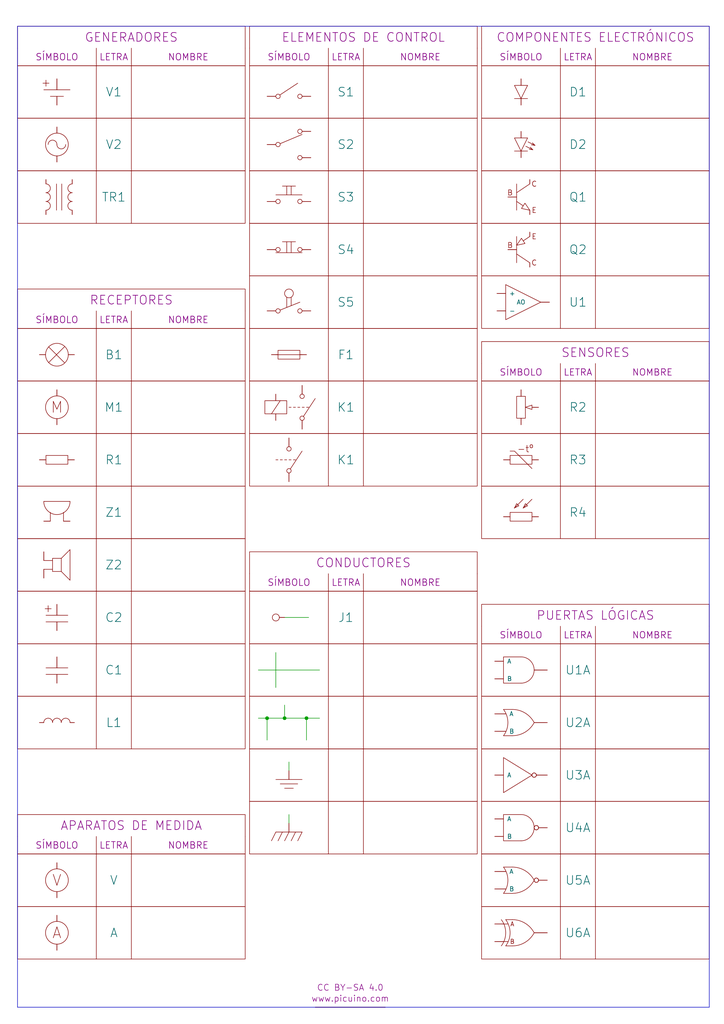
<source format=kicad_sch>
(kicad_sch (version 20230121) (generator eeschema)
  (paper "A4" portrait)
  (title_block (title "Símbolos eléctricos y electrónicos.") (date "23/10/2018") (company "www.picuino.com") (comment 1 "Copyright (c) 2018 by Carlos Pardo") (comment 2 "License CC BY-SA 4.0"))
  (lib_symbols
    (symbol "electric-simbolos-nombres-rescue:amperimetro-simbolos" (pin_names (offset 1.016))
      (property "Reference" "A" (at 5.08 -5.08 0))
      (symbol "amperimetro-simbolos_0_0"
        (text "A" (at 0 -5.08 0) (effects (font (size 3.175 3.175))))
      )
      (symbol "amperimetro-simbolos_0_1"
        (circle (center 0 -5.08) (radius 3.302))
      )
      (symbol "amperimetro-simbolos_1_1"
        (pin input line (at 0 -10.16 90) (length 1.778) (name "") (number ""))
        (pin input line (at 0 0 270) (length 1.778) (name "") (number ""))
      )
    )
    (symbol "electric-simbolos-nombres-rescue:condensador-simbolos" (pin_names (offset 1.016))
      (property "Reference" "C" (at 3.81 -4.445 0))
      (symbol "condensador-simbolos_0_1"
        (polyline (pts (xy -3.175 -3.175) (xy 3.175 -3.175)))
        (polyline (pts (xy 3.175 -5.08) (xy -3.175 -5.08)))
      )
      (symbol "condensador-simbolos_1_1"
        (pin input line (at 0 -7.62 90) (length 2.54) (name "") (number ""))
        (pin input line (at 0 0 270) (length 3.175) (name "") (number ""))
      )
    )
    (symbol "electric-simbolos-nombres-rescue:condensador_pol-simbolos" (pin_names (offset 1.016))
      (property "Reference" "C" (at 3.81 -4.445 0))
      (symbol "condensador_pol-simbolos_0_1"
        (polyline (pts (xy -3.175 -3.175) (xy 3.175 -3.175)))
        (polyline (pts (xy -2.54 -0.381) (xy -2.54 -2.159)))
        (polyline (pts (xy -1.651 -1.27) (xy -3.429 -1.27)))
        (polyline (pts (xy 3.175 -5.08) (xy -3.175 -5.08)))
      )
      (symbol "condensador_pol-simbolos_1_1"
        (pin input line (at 0 -7.62 90) (length 2.54) (name "") (number ""))
        (pin input line (at 0 0 270) (length 3.175) (name "") (number ""))
      )
    )
    (symbol "electric-simbolos-nombres-rescue:conector-simbolos" (pin_names (offset 1.016))
      (symbol "conector-simbolos_0_1"
        (circle (center 2.54 0) (radius 1.016))
      )
      (symbol "conector-simbolos_1_1"
        (pin input line (at 0 0 0) (length 1.524) (name "") (number ""))
      )
    )
    (symbol "electric-simbolos-nombres-rescue:diodo-simbolos" (pin_names (offset 1.016))
      (property "Reference" "D" (at 2.54 -3.81 0))
      (symbol "diodo-simbolos_0_1"
        (polyline (pts (xy 1.905 -5.715) (xy -1.905 -5.715)))
        (polyline (pts (xy 1.905 -1.905) (xy -1.905 -1.905) (xy 0 -5.715) (xy 1.905 -1.905)))
      )
      (symbol "diodo-simbolos_1_1"
        (pin input line (at 0 -7.62 90) (length 1.905) (name "") (number ""))
        (pin input line (at 0 0 270) (length 1.905) (name "") (number ""))
      )
    )
    (symbol "electric-simbolos-nombres-rescue:diodo_led-simbolos" (pin_names (offset 1.016))
      (property "Reference" "D" (at 5.08 -3.81 0))
      (symbol "diodo_led-simbolos_0_1"
        (polyline (pts (xy 1.397 -4.318) (xy 3.429 -5.334)))
        (polyline (pts (xy 1.905 -5.715) (xy -1.905 -5.715)))
        (polyline (pts (xy 2.032 -3.048) (xy 4.064 -4.064)))
        (polyline (pts (xy 3.429 -5.334) (xy 2.3622 -5.1816)))
        (polyline (pts (xy 3.429 -5.334) (xy 2.667 -4.572)))
        (polyline (pts (xy 4.064 -4.064) (xy 2.9972 -3.9116)))
        (polyline (pts (xy 4.064 -4.064) (xy 3.302 -3.302)))
        (polyline (pts (xy 1.905 -1.905) (xy -1.905 -1.905) (xy 0 -5.715) (xy 1.905 -1.905)))
      )
      (symbol "diodo_led-simbolos_1_1"
        (pin input line (at 0 -7.62 90) (length 1.905) (name "") (number ""))
        (pin input line (at 0 0 270) (length 1.905) (name "") (number ""))
      )
    )
    (symbol "electric-simbolos-nombres-rescue:final_carrera-simbolos" (pin_names (offset 1.016))
      (property "Reference" "S" (at 4.445 3.175 0))
      (symbol "final_carrera-simbolos_0_0"
        (polyline (pts (xy 5.715 1.016) (xy 5.715 3.937)))
        (polyline (pts (xy 6.985 1.524) (xy 6.985 3.937)))
        (polyline (pts (xy 9.525 2.54) (xy 3.81 0.254)))
        (circle (center 3.175 0) (radius 0.635))
        (circle (center 6.35 5.08) (radius 1.27))
        (circle (center 9.525 0) (radius 0.635))
      )
      (symbol "final_carrera-simbolos_1_1"
        (pin input line (at 0 0 0) (length 2.54) (name "") (number ""))
        (pin input line (at 12.7 0 180) (length 2.54) (name "") (number ""))
      )
    )
    (symbol "electric-simbolos-nombres-rescue:fusible-simbolos" (pin_names (offset 1.016))
      (property "Reference" "F" (at 1.905 -5.08 0))
      (symbol "fusible-simbolos_0_0"
        (polyline (pts (xy 0 -1.27) (xy 0 -8.89)))
      )
      (symbol "fusible-simbolos_0_1"
        (rectangle (start -1.27 -1.905) (end 1.27 -8.255))
      )
      (symbol "fusible-simbolos_1_1"
        (pin input line (at 0 -10.16 90) (length 1.905) (name "") (number ""))
        (pin input line (at 0 0 270) (length 1.905) (name "") (number ""))
      )
    )
    (symbol "electric-simbolos-nombres-rescue:generador-simbolos" (pin_names (offset 1.016))
      (property "Reference" "V" (at 4.445 -5.08 0))
      (symbol "generador-simbolos_0_0"
        (arc (start 0 -5.08) (mid -1.27 -3.8155) (end -2.54 -5.08))
        (arc (start 0 -5.08) (mid 1.27 -6.3445) (end 2.54 -5.08))
      )
      (symbol "generador-simbolos_0_1"
        (circle (center 0 -5.08) (radius 3.302))
      )
      (symbol "generador-simbolos_1_1"
        (pin input line (at 0 -10.16 90) (length 1.778) (name "") (number ""))
        (pin input line (at 0 0 270) (length 1.778) (name "") (number ""))
      )
    )
    (symbol "electric-simbolos-nombres-rescue:inductancia-simbolos" (pin_names (offset 1.016))
      (property "Reference" "L" (at 0.635 -5.08 0))
      (symbol "inductancia-simbolos_0_1"
        (arc (start 0 -6.35) (mid -1.2645 -7.62) (end 0 -8.89))
        (arc (start 0 -3.81) (mid -1.2645 -5.08) (end 0 -6.35))
        (arc (start 0 -1.27) (mid -1.2645 -2.54) (end 0 -3.81))
      )
      (symbol "inductancia-simbolos_1_1"
        (pin input line (at 0 -10.16 90) (length 1.27) (name "") (number ""))
        (pin input line (at 0 0 270) (length 1.27) (name "") (number ""))
      )
    )
    (symbol "electric-simbolos-nombres-rescue:lampara-simbolos" (pin_names (offset 1.016))
      (property "Reference" "L" (at 4.445 -5.08 0))
      (symbol "lampara-simbolos_0_1"
        (circle (center 0 -5.08) (radius 3.302))
        (polyline (pts (xy -2.286 -7.493) (xy 2.286 -2.921)))
        (polyline (pts (xy -2.286 -2.921) (xy 2.286 -7.493)))
      )
      (symbol "lampara-simbolos_1_1"
        (pin input line (at 0 -10.16 90) (length 1.778) (name "") (number ""))
        (pin input line (at 0 0 270) (length 1.778) (name "") (number ""))
      )
    )
    (symbol "electric-simbolos-nombres-rescue:marco_1-simbolos" (pin_names (offset 1.016))
      (symbol "marco_1-simbolos_0_1"
        (polyline (pts (xy 22.86 0) (xy 33.02 0) (xy 33.02 -15.24) (xy 22.86 -15.24)))
        (polyline (pts (xy 33.02 0) (xy 66.04 0) (xy 66.04 -15.24) (xy 33.02 -15.24)))
        (polyline (pts (xy 0 0) (xy 0 -15.24) (xy 22.86 -15.24) (xy 22.86 0) (xy 0 0)))
      )
    )
    (symbol "electric-simbolos-nombres-rescue:marco_2-simbolos" (pin_names (offset 1.016))
      (property "Field4" "TIPO" (at 33.02 -4.445 0))
      (property "Field5" "SÍMBOLO" (at 11.43 -11.43 0))
      (property "Field6" "LETRA" (at 27.94 -11.43 0))
      (property "Field7" "NOMBRE" (at 48.26 -11.43 0))
      (symbol "marco_2-simbolos_0_1"
        (polyline (pts (xy 22.86 -12.7) (xy 33.02 -12.7) (xy 33.02 -7.62)))
        (polyline (pts (xy 33.02 -12.7) (xy 66.04 -12.7) (xy 66.04 -7.62)))
        (polyline (pts (xy 0 -7.62) (xy 0 -12.7) (xy 22.86 -12.7) (xy 22.86 -7.62)))
        (polyline (pts (xy 66.04 -7.62) (xy 66.04 -1.27) (xy 0 -1.27) (xy 0 -7.62)))
      )
    )
    (symbol "electric-simbolos-nombres-rescue:masa-simbolos" (pin_names (offset 1.016))
      (symbol "masa-simbolos_0_0"
        (polyline (pts (xy -3.81 -2.54) (xy -5.08 -5.08)))
        (polyline (pts (xy -3.81 -2.54) (xy 3.81 -2.54)))
        (polyline (pts (xy -1.905 -2.54) (xy -3.175 -5.08)))
        (polyline (pts (xy 0 -2.54) (xy -1.27 -5.08)))
        (polyline (pts (xy 1.905 -2.54) (xy 0.635 -5.08)))
        (polyline (pts (xy 3.81 -2.54) (xy 2.54 -5.08)))
      )
      (symbol "masa-simbolos_1_1"
        (pin input line (at 0 0 270) (length 2.54) (name "") (number ""))
      )
    )
    (symbol "electric-simbolos-nombres-rescue:motor-simbolos" (pin_names (offset 1.016))
      (property "Reference" "M" (at 4.445 -5.08 0))
      (symbol "motor-simbolos_0_0"
        (text "M" (at 0 -5.08 0) (effects (font (size 3.175 3.175))))
      )
      (symbol "motor-simbolos_0_1"
        (circle (center 0 -5.08) (radius 3.302))
      )
      (symbol "motor-simbolos_1_1"
        (pin input line (at 0 -10.16 90) (length 1.778) (name "") (number ""))
        (pin input line (at 0 0 270) (length 1.778) (name "") (number ""))
      )
    )
    (symbol "electric-simbolos-nombres-rescue:pulsador_na-simbolos" (pin_names (offset 1.016))
      (property "Reference" "S" (at 1.905 3.175 0))
      (symbol "pulsador_na-simbolos_0_0"
        (polyline (pts (xy 2.54 1.905) (xy 10.16 1.905)))
        (polyline (pts (xy 4.445 4.445) (xy 8.255 4.445)))
        (polyline (pts (xy 5.715 1.905) (xy 5.715 4.445)))
        (polyline (pts (xy 6.985 4.445) (xy 6.985 1.905)))
        (circle (center 3.175 0) (radius 0.635))
        (circle (center 9.525 0) (radius 0.635))
      )
      (symbol "pulsador_na-simbolos_1_1"
        (pin input line (at 0 0 0) (length 2.54) (name "") (number ""))
        (pin input line (at 12.7 0 180) (length 2.54) (name "") (number ""))
      )
    )
    (symbol "electric-simbolos-nombres-rescue:pulsador_nc-simbolos" (pin_names (offset 1.016))
      (property "Reference" "S" (at 3.81 3.175 0))
      (symbol "pulsador_nc-simbolos_0_0"
        (polyline (pts (xy 2.54 -0.889) (xy 10.16 -0.889)))
        (polyline (pts (xy 4.445 2.286) (xy 8.255 2.286)))
        (polyline (pts (xy 5.715 -0.889) (xy 5.715 2.286)))
        (polyline (pts (xy 6.985 -0.889) (xy 6.985 2.286)))
        (circle (center 3.175 0) (radius 0.635))
        (circle (center 9.525 0) (radius 0.635))
      )
      (symbol "pulsador_nc-simbolos_1_1"
        (pin input line (at 0 0 0) (length 2.54) (name "") (number ""))
        (pin input line (at 12.7 0 180) (length 2.54) (name "") (number ""))
      )
    )
    (symbol "electric-simbolos-nombres-rescue:rele-simbolos" (pin_names (offset 1.016))
      (property "Reference" "K" (at -4.445 -3.81 0))
      (symbol "rele-simbolos_0_0"
        (rectangle (start -3.175 -1.905) (end 3.175 -5.715))
        (polyline (pts (xy 1.27 -1.905) (xy -1.27 -5.715)))
        (polyline (pts (xy 3.81 -3.81) (xy 4.445 -3.81)))
        (polyline (pts (xy 5.08 -3.81) (xy 5.715 -3.81)))
        (polyline (pts (xy 6.35 -3.81) (xy 6.985 -3.81)))
        (polyline (pts (xy 7.62 -3.81) (xy 8.255 -3.81)))
        (polyline (pts (xy 8.89 -3.81) (xy 9.525 -3.81)))
      )
      (symbol "rele-simbolos_1_0"
        (polyline (pts (xy 11.43 -1.27) (xy 8.001 -6.477)))
        (circle (center 7.62 -6.985) (radius 0.635))
        (circle (center 7.62 -0.635) (radius 0.635))
      )
      (symbol "rele-simbolos_1_1"
        (pin input line (at 0 -7.62 90) (length 1.905) (name "") (number ""))
        (pin input line (at 0 0 270) (length 1.905) (name "") (number ""))
        (pin input line (at 7.62 -10.16 90) (length 2.54) (name "") (number ""))
        (pin input line (at 7.62 2.54 270) (length 2.54) (name "") (number ""))
      )
    )
    (symbol "electric-simbolos-nombres-rescue:rele_contacto-simbolos" (pin_names (offset 1.016))
      (property "Reference" "K" (at 1.27 -1.27 0))
      (symbol "rele_contacto-simbolos_0_0"
        (polyline (pts (xy -3.81 -6.35) (xy -3.175 -6.35)))
        (polyline (pts (xy -2.54 -6.35) (xy -1.905 -6.35)))
        (polyline (pts (xy -1.27 -6.35) (xy -0.635 -6.35)))
        (polyline (pts (xy 0 -6.35) (xy 0.635 -6.35)))
        (polyline (pts (xy 1.27 -6.35) (xy 1.905 -6.35)))
      )
      (symbol "rele_contacto-simbolos_1_0"
        (circle (center 0 -9.525) (radius 0.635))
        (circle (center 0 -3.175) (radius 0.635))
        (polyline (pts (xy 3.81 -3.81) (xy 0.381 -9.017)))
      )
      (symbol "rele_contacto-simbolos_1_1"
        (pin input line (at 0 -12.7 90) (length 2.54) (name "") (number ""))
        (pin input line (at 0 0 270) (length 2.54) (name "") (number ""))
      )
    )
    (symbol "electric-simbolos-nombres-rescue:resistencia-simbolos" (pin_names (offset 1.016))
      (property "Reference" "R" (at 1.905 -5.08 0))
      (symbol "resistencia-simbolos_0_1"
        (rectangle (start -1.27 -1.905) (end 1.27 -8.255))
      )
      (symbol "resistencia-simbolos_1_1"
        (pin input line (at 0 -10.16 90) (length 1.905) (name "") (number ""))
        (pin input line (at 0 0 270) (length 1.905) (name "") (number ""))
      )
    )
    (symbol "electric-simbolos-nombres-rescue:selector-simbolos" (pin_names (offset 1.016))
      (property "Reference" "S" (at 4.445 3.175 0))
      (symbol "selector-simbolos_0_0"
        (circle (center 3.175 0) (radius 0.635))
        (circle (center 9.525 -3.81) (radius 0.635))
        (circle (center 9.525 3.81) (radius 0.635))
      )
      (symbol "selector-simbolos_0_1"
        (polyline (pts (xy 10.16 2.921) (xy 3.81 0.254)))
      )
      (symbol "selector-simbolos_1_1"
        (pin input line (at 0 0 0) (length 2.54) (name "") (number ""))
        (pin input line (at 12.7 -3.81 180) (length 2.54) (name "") (number ""))
        (pin input line (at 12.7 3.81 180) (length 2.54) (name "") (number ""))
      )
    )
    (symbol "electric-simbolos-nombres-rescue:switch-simbolos" (pin_names (offset 1.016))
      (property "Reference" "S" (at 4.445 3.175 0))
      (symbol "switch-simbolos_0_0"
        (polyline (pts (xy 8.89 3.81) (xy 3.683 0.381)))
        (circle (center 3.175 0) (radius 0.635))
        (circle (center 9.525 0) (radius 0.635))
      )
      (symbol "switch-simbolos_1_1"
        (pin input line (at 0 0 0) (length 2.54) (name "") (number ""))
        (pin input line (at 12.7 0 180) (length 2.54) (name "") (number ""))
      )
    )
    (symbol "simbolos-electricos:AO" (pin_names (offset 1.016))
      (property "Reference" "U" (at 6.35 -3.81 0))
      (property "Value" "AO" (at 6.35 3.81 0))
      (symbol "AO_0_1"
        (polyline (pts (xy 0 5.08) (xy 0 -5.08) (xy 10.16 0) (xy 0 5.08)))
      )
      (symbol "AO_1_1"
        (pin output line (at 12.7 0 180) (length 2.54) (name "") (number ""))
        (pin input line (at -2.54 2.54 0) (length 2.54) (name "+") (number ""))
        (pin input line (at -2.54 -2.54 0) (length 2.54) (name "-") (number ""))
      )
    )
    (symbol "simbolos-electricos:CopyRight" (pin_names (offset 1.016))
      (property "License" "CC BY-SA 4.0" (at 0 5.715 0))
      (property "Web" "www.picuino.com" (at 0 2.54 0))
      (symbol "CopyRight_0_1"
        (polyline (pts (xy -10.16 0) (xy 10.16 0)) (stroke (width 0.2032)))
      )
    )
    (symbol "simbolos-electricos:LDR" (pin_names (offset 1.016))
      (property "Reference" "R" (at 1.905 -5.08 0))
      (symbol "LDR_0_1"
        (rectangle (start -1.27 -1.905) (end 1.27 -8.255))
        (polyline (pts (xy -2.54 -6.985) (xy -5.08 -4.445)))
        (polyline (pts (xy -2.54 -4.445) (xy -5.08 -1.905)))
        (polyline (pts (xy -2.54 -6.985) (xy -3.175 -5.715) (xy -3.81 -6.35) (xy -2.54 -6.985)))
        (polyline (pts (xy -2.54 -4.445) (xy -3.175 -3.175) (xy -3.81 -3.81) (xy -2.54 -4.445)))
      )
      (symbol "LDR_1_1"
        (pin input line (at 0 -10.16 90) (length 1.905) (name "") (number ""))
        (pin input line (at 0 0 270) (length 1.905) (name "") (number ""))
      )
    )
    (symbol "simbolos-electricos:NPN" (pin_names (offset 1.016))
      (property "Reference" "Q1" (at 11.43 -5.08 0))
      (symbol "NPN_0_0"
        (polyline (pts (xy 4.445 -7.62) (xy 2.54 -6.35)))
        (text "C" (at 7.62 -1.27 0) (effects (font (size 1.524 1.524))))
        (text "E" (at 7.62 -8.89 0) (effects (font (size 1.524 1.524))))
      )
      (symbol "NPN_0_1"
        (polyline (pts (xy 2.54 -3.81) (xy 6.35 -1.27)))
        (polyline (pts (xy 2.54 -1.27) (xy 2.54 -8.89)))
        (polyline (pts (xy 4.953 -6.858) (xy 3.937 -8.382) (xy 6.35 -8.89) (xy 4.953 -6.858)))
      )
      (symbol "NPN_1_0"
        (text "B" (at 0.635 -3.81 0) (effects (font (size 1.524 1.524))))
      )
      (symbol "NPN_1_1"
        (pin input line (at 0 -5.08 0) (length 2.54) (name "") (number ""))
        (pin input line (at 6.35 -10.16 90) (length 1.27) (name "") (number ""))
        (pin input line (at 6.35 0 270) (length 1.27) (name "") (number ""))
      )
    )
    (symbol "simbolos-electricos:NTC" (pin_names (offset 1.016))
      (property "Reference" "R" (at 1.905 -5.08 0))
      (symbol "NTC_0_1"
        (rectangle (start -1.27 -1.905) (end 1.27 -8.255))
      )
      (symbol "NTC_1_0"
        (polyline (pts (xy -2.54 -8.255) (xy -2.54 -6.985) (xy 2.54 -1.905)))
        (text "-tº" (at -3.175 -3.81 900) (effects (font (size 1.905 1.905))))
      )
      (symbol "NTC_1_1"
        (pin input line (at 0 -10.16 90) (length 1.905) (name "") (number ""))
        (pin input line (at 0 0 270) (length 1.905) (name "") (number ""))
      )
    )
    (symbol "simbolos-electricos:PNP" (pin_names (offset 1.016))
      (property "Reference" "Q2" (at 20.32 -5.08 0))
      (symbol "PNP_0_0"
        (polyline (pts (xy 4.445 -2.54) (xy 6.35 -1.27)))
        (text "B" (at 0.635 -3.81 0) (effects (font (size 1.524 1.524))))
        (text "C" (at 7.62 -8.89 0) (effects (font (size 1.524 1.524))))
        (text "E" (at 7.62 -1.27 0) (effects (font (size 1.524 1.524))))
      )
      (symbol "PNP_0_1"
        (polyline (pts (xy 2.54 -1.27) (xy 2.54 -8.89)))
        (polyline (pts (xy 6.35 -8.89) (xy 2.54 -6.35)))
        (polyline (pts (xy 4.953 -3.302) (xy 3.937 -1.778) (xy 2.54 -3.81) (xy 4.953 -3.302)))
      )
      (symbol "PNP_1_1"
        (pin input line (at 0 -5.08 0) (length 2.54) (name "") (number ""))
        (pin input line (at 6.35 -10.16 90) (length 1.27) (name "") (number ""))
        (pin input line (at 6.35 0 270) (length 1.27) (name "") (number ""))
      )
    )
    (symbol "simbolos-electricos:Pila" (pin_names (offset 1.016))
      (property "Reference" "V" (at 5.08 -4.445 0))
      (symbol "Pila_0_1"
        (polyline (pts (xy -4.064 -1.27) (xy -2.286 -1.27)))
        (polyline (pts (xy -3.81 -3.175) (xy 3.81 -3.175)))
        (polyline (pts (xy -3.175 -0.381) (xy -3.175 -2.159)))
        (polyline (pts (xy -1.905 -5.08) (xy 1.905 -5.08)))
      )
      (symbol "Pila_1_1"
        (pin input line (at 0 -7.62 90) (length 2.54) (name "") (number ""))
        (pin input line (at 0 0 270) (length 3.175) (name "") (number ""))
      )
    )
    (symbol "simbolos-electricos:altavoz" (pin_names (offset 1.016))
      (property "Reference" "Z" (at 5.715 0.635 0))
      (symbol "altavoz_0_0"
        (polyline (pts (xy 0 -5.08) (xy 2.54 -5.08)))
        (polyline (pts (xy 0 -2.54) (xy 2.54 -2.54)))
        (polyline (pts (xy 5.08 -1.905) (xy 7.62 0.635) (xy 7.62 -8.255) (xy 5.08 -5.715)))
        (rectangle (start 2.54 -1.905) (end 5.08 -5.715))
      )
      (symbol "altavoz_1_1"
        (pin input line (at 0 -7.62 90) (length 2.54) (name "") (number ""))
        (pin input line (at 0 0 270) (length 2.54) (name "") (number ""))
      )
    )
    (symbol "simbolos-electricos:logic_and" (pin_names (offset 1.016))
      (property "Reference" "U" (at 11.43 -6.35 0))
      (symbol "logic_and_0_1"
        (polyline (pts (xy 7.62 1.27) (xy 2.54 1.27) (xy 2.54 -6.35) (xy 7.62 -6.35)))
        (arc (start 7.62 -6.35) (mid 11.4134 -2.54) (end 7.62 1.27))
      )
      (symbol "logic_and_1_1"
        (pin output line (at 15.24 -2.54 180) (length 3.81) (name "") (number ""))
        (pin input line (at 0 0 0) (length 2.54) (name "A") (number ""))
        (pin input line (at 0 -5.08 0) (length 2.54) (name "B") (number ""))
      )
      (symbol "logic_and_2_1"
        (pin input line (at 0 0 0) (length 2.54) (name "A") (number "4"))
        (pin input line (at 0 -5.08 0) (length 2.54) (name "B") (number "5"))
        (pin output line (at 15.24 -2.54 180) (length 3.81) (name "") (number "6"))
      )
      (symbol "logic_and_3_1"
        (pin input line (at 0 -5.08 0) (length 2.54) (name "B") (number "10"))
        (pin output line (at 15.24 -2.54 180) (length 3.81) (name "") (number "8"))
        (pin input line (at 0 0 0) (length 2.54) (name "A") (number "9"))
      )
      (symbol "logic_and_4_1"
        (pin output line (at 15.24 -2.54 180) (length 3.81) (name "") (number "11"))
        (pin input line (at 0 0 0) (length 2.54) (name "A") (number "12"))
        (pin input line (at 0 -5.08 0) (length 2.54) (name "B") (number "13"))
      )
    )
    (symbol "simbolos-electricos:logic_nand" (pin_names (offset 1.016))
      (property "Reference" "U" (at 11.43 -6.35 0))
      (symbol "logic_nand_0_1"
        (polyline (pts (xy 7.62 1.27) (xy 2.54 1.27) (xy 2.54 -6.35) (xy 7.62 -6.35)))
        (arc (start 7.62 -6.35) (mid 11.4134 -2.54) (end 7.62 1.27))
      )
      (symbol "logic_nand_1_1"
        (pin output inverted (at 15.24 -2.54 180) (length 3.81) (name "") (number ""))
        (pin input line (at 0 0 0) (length 2.54) (name "A") (number ""))
        (pin input line (at 0 -5.08 0) (length 2.54) (name "B") (number ""))
      )
      (symbol "logic_nand_2_1"
        (pin input line (at 0 0 0) (length 2.54) (name "A") (number "4"))
        (pin input line (at 0 -5.08 0) (length 2.54) (name "B") (number "5"))
        (pin output inverted (at 15.24 -2.54 180) (length 3.81) (name "") (number "6"))
      )
      (symbol "logic_nand_3_1"
        (pin input line (at 0 -5.08 0) (length 2.54) (name "B") (number "10"))
        (pin output inverted (at 15.24 -2.54 180) (length 3.81) (name "") (number "8"))
        (pin input line (at 0 0 0) (length 2.54) (name "A") (number "9"))
      )
      (symbol "logic_nand_4_1"
        (pin output inverted (at 15.24 -2.54 180) (length 3.81) (name "") (number "11"))
        (pin input line (at 0 0 0) (length 2.54) (name "A") (number "12"))
        (pin input line (at 0 -5.08 0) (length 2.54) (name "B") (number "13"))
      )
    )
    (symbol "simbolos-electricos:logic_nor" (pin_names (offset 1.016))
      (property "Reference" "U" (at 11.43 -6.35 0))
      (symbol "logic_nor_0_1"
        (polyline (pts (xy 2.54 -6.35) (xy 5.08 -6.35)))
        (polyline (pts (xy 5.08 1.27) (xy 2.54 1.27)))
        (arc (start 2.54 -6.35) (mid 3.81 -2.54) (end 2.54 1.27))
        (arc (start 5.08 -6.35) (mid 8.784 -5.3291) (end 11.43 -2.54))
        (arc (start 11.43 -2.54) (mid 8.7865 0.2471) (end 5.08 1.27))
      )
      (symbol "logic_nor_1_1"
        (pin output inverted (at 15.24 -2.54 180) (length 3.81) (name "") (number ""))
        (pin input line (at 0 0 0) (length 3.175) (name "A") (number ""))
        (pin input line (at 0 -5.08 0) (length 3.175) (name "B") (number ""))
      )
      (symbol "logic_nor_2_1"
        (pin input line (at 0 0 0) (length 3.175) (name "A") (number "4"))
        (pin input line (at 0 -5.08 0) (length 3.175) (name "B") (number "5"))
        (pin output inverted (at 15.24 -2.54 180) (length 3.81) (name "") (number "6"))
      )
      (symbol "logic_nor_3_1"
        (pin input line (at 0 -5.08 0) (length 3.175) (name "B") (number "10"))
        (pin output inverted (at 15.24 -2.54 180) (length 3.81) (name "") (number "8"))
        (pin input line (at 0 0 0) (length 3.175) (name "A") (number "9"))
      )
      (symbol "logic_nor_4_1"
        (pin output inverted (at 15.24 -2.54 180) (length 3.81) (name "") (number "11"))
        (pin input line (at 0 0 0) (length 3.175) (name "A") (number "12"))
        (pin input line (at 0 -5.08 0) (length 3.175) (name "B") (number "13"))
      )
    )
    (symbol "simbolos-electricos:logic_not" (pin_names (offset 1.016))
      (property "Reference" "U" (at 7.62 -6.35 0))
      (symbol "logic_not_0_1"
        (polyline (pts (xy 2.54 2.54) (xy 10.795 -2.54) (xy 2.54 -7.62) (xy 2.54 2.54)))
      )
      (symbol "logic_not_1_1"
        (pin output inverted (at 15.24 -2.54 180) (length 4.445) (name "") (number ""))
        (pin input line (at 0 -2.54 0) (length 2.54) (name "A") (number ""))
      )
      (symbol "logic_not_2_1"
        (pin input line (at 0 -2.54 0) (length 2.54) (name "A") (number "4"))
        (pin output inverted (at 15.24 -2.54 180) (length 4.445) (name "") (number "6"))
      )
      (symbol "logic_not_3_1"
        (pin output inverted (at 15.24 -2.54 180) (length 4.445) (name "") (number "8"))
        (pin input line (at 0 -2.54 0) (length 2.54) (name "A") (number "9"))
      )
      (symbol "logic_not_4_1"
        (pin output inverted (at 15.24 -2.54 180) (length 4.445) (name "") (number "11"))
        (pin input line (at 0 -2.54 0) (length 2.54) (name "A") (number "12"))
      )
    )
    (symbol "simbolos-electricos:logic_or" (pin_names (offset 1.016))
      (property "Reference" "U" (at 11.43 -6.35 0))
      (symbol "logic_or_0_1"
        (polyline (pts (xy 2.54 -6.35) (xy 5.08 -6.35)))
        (polyline (pts (xy 5.08 1.27) (xy 2.54 1.27)))
        (arc (start 2.54 -6.35) (mid 3.81 -2.54) (end 2.54 1.27))
        (arc (start 5.08 -6.35) (mid 8.784 -5.3291) (end 11.43 -2.54))
        (arc (start 11.43 -2.54) (mid 8.7865 0.2471) (end 5.08 1.27))
      )
      (symbol "logic_or_1_1"
        (pin output line (at 15.24 -2.54 180) (length 3.81) (name "") (number ""))
        (pin input line (at 0 0 0) (length 3.175) (name "A") (number ""))
        (pin input line (at 0 -5.08 0) (length 3.175) (name "B") (number ""))
      )
      (symbol "logic_or_2_1"
        (pin input line (at 0 0 0) (length 3.175) (name "A") (number "4"))
        (pin input line (at 0 -5.08 0) (length 3.175) (name "B") (number "5"))
        (pin output line (at 15.24 -2.54 180) (length 3.81) (name "") (number "6"))
      )
      (symbol "logic_or_3_1"
        (pin input line (at 0 -5.08 0) (length 3.175) (name "B") (number "10"))
        (pin output line (at 15.24 -2.54 180) (length 3.81) (name "") (number "8"))
        (pin input line (at 0 0 0) (length 3.175) (name "A") (number "9"))
      )
      (symbol "logic_or_4_1"
        (pin output line (at 15.24 -2.54 180) (length 3.81) (name "") (number "11"))
        (pin input line (at 0 0 0) (length 3.175) (name "A") (number "12"))
        (pin input line (at 0 -5.08 0) (length 3.175) (name "B") (number "13"))
      )
    )
    (symbol "simbolos-electricos:logic_xor" (pin_names (offset 1.016))
      (property "Reference" "U" (at 11.43 -6.35 0))
      (symbol "logic_xor_0_0"
        (text "A" (at 5.08 0 0) (effects (font (size 1.27 1.27))))
        (text "B" (at 5.08 -5.08 0) (effects (font (size 1.27 1.27))))
      )
      (symbol "logic_xor_0_1"
        (polyline (pts (xy 3.175 -6.35) (xy 5.08 -6.35)))
        (polyline (pts (xy 3.175 1.27) (xy 5.08 1.27)))
        (polyline (pts (xy 3.81 -5.08) (xy 2.54 -5.08)))
        (polyline (pts (xy 3.81 0) (xy 2.54 0)))
        (arc (start 1.905 -6.35) (mid 3.175 -2.54) (end 1.905 1.27))
        (arc (start 3.175 -6.35) (mid 4.445 -2.54) (end 3.175 1.27))
        (arc (start 5.08 -6.35) (mid 8.784 -5.3291) (end 11.43 -2.54))
        (arc (start 11.43 -2.54) (mid 8.7865 0.2471) (end 5.08 1.27))
      )
      (symbol "logic_xor_1_1"
        (pin input line (at 0 -5.08 0) (length 2.54) (name "") (number ""))
        (pin input line (at 0 0 0) (length 2.54) (name "") (number ""))
        (pin output line (at 15.24 -2.54 180) (length 3.81) (name "") (number ""))
      )
      (symbol "logic_xor_2_1"
        (pin input line (at 0 0 0) (length 2.54) (name "") (number "4"))
        (pin input line (at 0 -5.08 0) (length 2.54) (name "") (number "5"))
        (pin output line (at 15.24 -2.54 180) (length 3.81) (name "") (number "6"))
      )
      (symbol "logic_xor_3_1"
        (pin input line (at 0 -5.08 0) (length 2.54) (name "") (number "10"))
        (pin output line (at 15.24 -2.54 180) (length 3.81) (name "") (number "8"))
        (pin input line (at 0 0 0) (length 2.54) (name "") (number "9"))
      )
      (symbol "logic_xor_4_1"
        (pin output line (at 15.24 -2.54 180) (length 3.81) (name "") (number "11"))
        (pin input line (at 0 0 0) (length 2.54) (name "") (number "12"))
        (pin input line (at 0 -5.08 0) (length 2.54) (name "") (number "13"))
      )
    )
    (symbol "simbolos-electricos:potenciometro" (pin_names (offset 1.016))
      (property "Reference" "R" (at 1.905 -1.905 0))
      (symbol "potenciometro_0_1"
        (rectangle (start -1.27 -1.905) (end 1.27 -8.255))
        (polyline (pts (xy 1.27 -5.08) (xy 3.175 -4.445) (xy 3.175 -5.715) (xy 1.27 -5.08)))
      )
      (symbol "potenciometro_1_1"
        (pin input line (at 0 -10.16 90) (length 1.905) (name "") (number ""))
        (pin input line (at 0 0 270) (length 1.905) (name "") (number ""))
        (pin input line (at 5.08 -5.08 180) (length 1.905) (name "") (number ""))
      )
    )
    (symbol "simbolos-electricos:tierra" (pin_names (offset 1.016))
      (symbol "tierra_0_0"
        (polyline (pts (xy -3.81 -2.54) (xy 3.81 -2.54)))
        (polyline (pts (xy -2.54 -3.81) (xy 2.54 -3.81)))
        (polyline (pts (xy -1.27 -5.08) (xy 1.27 -5.08)))
      )
      (symbol "tierra_1_1"
        (pin input line (at 0 0 270) (length 2.54) (name "") (number ""))
      )
    )
    (symbol "simbolos-electricos:transformador" (pin_names (offset 1.016))
      (property "Reference" "TR" (at 8.89 -5.08 0))
      (symbol "transformador_0_1"
        (arc (start 0 -8.89) (mid 1.2645 -7.62) (end 0 -6.35))
        (arc (start 0 -6.35) (mid 1.2645 -5.08) (end 0 -3.81))
        (arc (start 0 -3.81) (mid 1.2645 -2.54) (end 0 -1.27))
        (polyline (pts (xy 3.048 -1.27) (xy 3.048 -8.89)))
        (polyline (pts (xy 4.572 -1.27) (xy 4.572 -8.89)))
        (arc (start 7.62 -6.35) (mid 6.3555 -7.62) (end 7.62 -8.89))
        (arc (start 7.62 -3.81) (mid 6.3555 -5.08) (end 7.62 -6.35))
        (arc (start 7.62 -1.27) (mid 6.3555 -2.54) (end 7.62 -3.81))
      )
      (symbol "transformador_1_1"
        (pin input line (at 0 -10.16 90) (length 1.27) (name "") (number ""))
        (pin input line (at 0 0 270) (length 1.27) (name "") (number ""))
        (pin input line (at 7.62 -10.16 90) (length 1.27) (name "") (number ""))
        (pin input line (at 7.62 0 270) (length 1.27) (name "") (number ""))
      )
    )
    (symbol "simbolos-electricos:voltimetro" (pin_names (offset 1.016))
      (property "Reference" "V" (at 5.08 -5.08 0))
      (symbol "voltimetro_0_0"
        (text "V" (at 0 -5.08 0) (effects (font (size 3.175 3.175))))
      )
      (symbol "voltimetro_0_1"
        (circle (center 0 -5.08) (radius 3.302))
      )
      (symbol "voltimetro_1_1"
        (pin input line (at 0 -10.16 90) (length 1.778) (name "") (number ""))
        (pin input line (at 0 0 270) (length 1.778) (name "") (number ""))
      )
    )
    (symbol "simbolos-electricos:zumbador" (pin_names (offset 1.016))
      (property "Reference" "Z" (at 3.81 8.255 0))
      (symbol "zumbador_0_0"
        (polyline (pts (xy 0 5.715) (xy 7.62 5.715)))
        (polyline (pts (xy 1.905 0) (xy 1.905 2.54)))
        (polyline (pts (xy 5.715 0) (xy 5.715 2.54)))
        (arc (start 0 5.715) (mid 3.81 1.9216) (end 7.62 5.715))
      )
      (symbol "zumbador_1_1"
        (pin input line (at 0 0 0) (length 1.905) (name "") (number ""))
        (pin input line (at 7.62 0 180) (length 1.905) (name "") (number ""))
      )
    )
  )
  (junction (at 88.9 208.28))
  (junction (at 82.55 208.28))
  (junction (at 77.47 208.28))
  (wire (pts (xy 83.82 223.52) (xy 83.82 220.98)))
  (wire (pts (xy 74.93 208.28) (xy 77.47 208.28)))
  (wire (pts (xy 74.93 194.31) (xy 92.71 194.31)))
  (wire (pts (xy 83.82 238.76) (xy 83.82 236.22)))
  (wire (pts (xy 88.9 208.28) (xy 92.71 208.28)))
  (polyline (pts (xy 5.08 292.1) (xy 205.74 292.1)))
  (wire (pts (xy 88.9 214.63) (xy 88.9 208.28)))
  (polyline (pts (xy 5.08 7.62) (xy 205.74 7.62)))
  (wire (pts (xy 80.01 189.23) (xy 80.01 199.39)))
  (polyline (pts (xy 5.08 292.1) (xy 5.08 7.62)))
  (wire (pts (xy 82.55 208.28) (xy 88.9 208.28)))
  (wire (pts (xy 77.47 208.28) (xy 82.55 208.28)))
  (polyline (pts (xy 205.74 292.1) (xy 205.74 7.62)))
  (wire (pts (xy 77.47 214.63) (xy 77.47 208.28)))
  (wire (pts (xy 82.55 179.07) (xy 89.535 179.07)))
  (wire (pts (xy 82.55 208.28) (xy 82.55 204.47)))
  (symbol (lib_id "electric-simbolos-nombres-rescue:marco_1-simbolos") (at 139.7 80.01 0) (unit 1)
    (property "Reference" "M?" (effects hide))
    (property "Value" "marco_1" (effects hide))
  )
  (symbol (lib_id "simbolos-electricos:AO") (at 146.685 87.63 0) (unit 1)
    (property "Reference" "U1" (at 167.64 87.63 0) (effects (font (size 2.54 2.54))))
    (property "Value" "AO" (at 151.13 87.63 0))
  )
  (symbol (lib_id "electric-simbolos-nombres-rescue:amperimetro-simbolos") (at 16.51 265.43 0) (unit 1)
    (property "Reference" "A" (at 31.75 270.51 0) (effects (font (size 2.54 2.54)) (justify left)))
    (property "Value" "amperimetro" (effects hide))
  )
  (symbol (lib_id "electric-simbolos-nombres-rescue:diodo-simbolos") (at 151.13 22.86 0) (unit 1)
    (property "Reference" "D1" (at 167.64 26.67 0) (effects (font (size 2.54 2.54))))
    (property "Value" "DIODO" (effects hide))
  )
  (symbol (lib_id "electric-simbolos-nombres-rescue:marco_1-simbolos") (at 5.08 186.69 0) (unit 1)
    (property "Reference" "M?" (effects hide))
    (property "Value" "marco_1" (effects hide))
  )
  (symbol (lib_id "electric-simbolos-nombres-rescue:selector-simbolos") (at 77.47 41.91 0) (unit 1)
    (property "Reference" "S2" (at 100.33 41.91 0) (effects (font (size 2.54 2.54))))
    (property "Value" "CONMUTADOR" (effects hide))
  )
  (symbol (lib_id "simbolos-electricos:LDR") (at 156.21 149.86 270) (unit 1)
    (property "Reference" "R4" (at 167.64 148.59 90) (effects (font (size 2.54 2.54))))
    (property "Value" "RESISTENCIA" (effects hide))
    (property "Campo4" "LDR" (effects hide))
  )
  (symbol (lib_id "simbolos-electricos:PNP") (at 147.32 67.31 0) (unit 1)
    (property "Reference" "Q2" (at 167.64 72.39 0) (effects (font (size 2.54 2.54))))
    (property "Value" "TRANSISTOR" (effects hide))
    (property "Campo4" "PNP" (effects hide))
  )
  (symbol (lib_id "simbolos-electricos:voltimetro") (at 16.51 250.19 0) (unit 1)
    (property "Reference" "V" (at 33.02 255.27 0) (effects (font (size 2.54 2.54))))
    (property "Value" "VOLTIMETRO" (effects hide))
  )
  (symbol (lib_id "electric-simbolos-nombres-rescue:marco_1-simbolos") (at 139.7 262.89 0) (unit 1)
    (property "Reference" "M?" (effects hide))
    (property "Value" "marco_1" (effects hide))
  )
  (symbol (lib_id "simbolos-electricos:transformador") (at 13.335 52.07 0) (unit 1)
    (property "Reference" "TR1" (at 33.02 57.15 0) (effects (font (size 2.54 2.54))))
    (property "Value" "TRANSFOR-" (effects hide))
    (property "Campo4" "MADOR" (effects hide))
  )
  (symbol (lib_id "electric-simbolos-nombres-rescue:marco_1-simbolos") (at 72.39 64.77 0) (unit 1)
    (property "Reference" "M?" (effects hide))
    (property "Value" "marco_1" (effects hide))
  )
  (symbol (lib_id "electric-simbolos-nombres-rescue:marco_1-simbolos") (at 5.08 110.49 0) (unit 1)
    (property "Reference" "M?" (effects hide))
    (property "Value" "marco_1" (effects hide))
  )
  (symbol (lib_id "electric-simbolos-nombres-rescue:marco_2-simbolos") (at 139.7 97.79 0) (unit 1)
    (property "Reference" "M?" (effects hide))
    (property "Value" "marco_2" (effects hide))
    (property "Campo4" "SENSORES" (at 172.72 102.235 0) (effects (font (size 2.54 2.54))))
    (property "Campo5" "SÍMBOLO" (at 151.13 107.95 0) (effects (font (size 1.905 1.905))))
    (property "Campo6" "LETRA" (at 167.64 107.95 0) (effects (font (size 1.905 1.905))))
    (property "Campo7" "NOMBRE" (at 189.23 107.95 0) (effects (font (size 1.905 1.905))))
  )
  (symbol (lib_id "electric-simbolos-nombres-rescue:marco_1-simbolos") (at 72.39 34.29 0) (unit 1)
    (property "Reference" "M?" (effects hide))
    (property "Value" "marco_1" (effects hide))
  )
  (symbol (lib_id "electric-simbolos-nombres-rescue:marco_1-simbolos") (at 139.7 201.93 0) (unit 1)
    (property "Reference" "M?" (effects hide))
    (property "Value" "marco_1" (effects hide))
  )
  (symbol (lib_id "simbolos-electricos:CopyRight") (at 101.6 292.1 0) (unit 1)
    (property "Reference" "CP1" (effects hide))
    (property "Value" "CopyRight" (effects hide))
    (property "License" "CC BY-SA 4.0" (at 101.6 286.385 0) (effects (font (size 1.778 1.778))))
    (property "Web" "www.picuino.com" (at 101.6 289.56 0) (effects (font (size 1.778 1.778))))
    (instances (project "electric-simbolos-nombres" (path "" (reference "CP1") (unit 1)) (path "" (reference "CP3") (unit 1))))
  )
  (symbol (lib_id "simbolos-electricos:logic_nor") (at 143.51 252.73 0) (unit 1)
    (property "Reference" "U5" (at 167.64 255.27 0) (effects (font (size 2.54 2.54))))
    (property "Value" "logic_nor" (effects hide))
  )
  (symbol (lib_id "electric-simbolos-nombres-rescue:fusible-simbolos") (at 88.9 102.87 270) (unit 1)
    (property "Reference" "F1" (at 100.33 102.87 90) (effects (font (size 2.54 2.54))))
    (property "Value" "FUSIBLE" (effects hide))
  )
  (symbol (lib_id "electric-simbolos-nombres-rescue:marco_1-simbolos") (at 139.7 217.17 0) (unit 1)
    (property "Reference" "M?" (effects hide))
    (property "Value" "marco_1" (effects hide))
  )
  (symbol (lib_id "electric-simbolos-nombres-rescue:marco_1-simbolos") (at 72.39 95.25 0) (unit 1)
    (property "Reference" "M?" (effects hide))
    (property "Value" "marco_1" (effects hide))
  )
  (symbol (lib_id "electric-simbolos-nombres-rescue:diodo_led-simbolos") (at 151.13 38.1 0) (unit 1)
    (property "Reference" "D2" (at 167.64 41.91 0) (effects (font (size 2.54 2.54))))
    (property "Value" "DIODO LED" (effects hide))
  )
  (symbol (lib_id "electric-simbolos-nombres-rescue:marco_1-simbolos") (at 5.08 125.73 0) (unit 1)
    (property "Reference" "M?" (effects hide))
    (property "Value" "marco_1" (effects hide))
  )
  (symbol (lib_id "simbolos-electricos:tierra") (at 83.82 223.52 0) (unit 1)
    (property "Reference" "V?" (effects hide))
    (property "Value" "CONEXIÓN" (effects hide))
    (property "Campo4" "A TIERRA" (effects hide))
  )
  (symbol (lib_id "electric-simbolos-nombres-rescue:marco_1-simbolos") (at 5.08 262.89 0) (unit 1)
    (property "Reference" "M?" (effects hide))
    (property "Value" "marco_1" (effects hide))
  )
  (symbol (lib_id "electric-simbolos-nombres-rescue:condensador-simbolos") (at 16.51 190.5 0) (unit 1)
    (property "Reference" "C1" (at 33.02 194.31 0) (effects (font (size 2.54 2.54))))
    (property "Value" "CONDENSADOR" (effects hide))
  )
  (symbol (lib_id "simbolos-electricos:potenciometro") (at 151.13 113.03 0) (unit 1)
    (property "Reference" "R2" (at 167.64 118.11 0) (effects (font (size 2.54 2.54))))
    (property "Value" "potenciometro" (effects hide))
  )
  (symbol (lib_id "electric-simbolos-nombres-rescue:final_carrera-simbolos") (at 77.47 90.17 0) (unit 1)
    (property "Reference" "S5" (at 100.33 87.63 0) (effects (font (size 2.54 2.54))))
    (property "Value" "FINAL DE" (effects hide))
    (property "Campo4" "CARRERA" (effects hide))
  )
  (symbol (lib_id "electric-simbolos-nombres-rescue:marco_1-simbolos") (at 5.08 201.93 0) (unit 1)
    (property "Reference" "M?" (effects hide))
    (property "Value" "marco_1" (effects hide))
  )
  (symbol (lib_id "electric-simbolos-nombres-rescue:marco_1-simbolos") (at 5.08 49.53 0) (unit 1)
    (property "Reference" "M?" (effects hide))
    (property "Value" "marco_1" (effects hide))
  )
  (symbol (lib_id "electric-simbolos-nombres-rescue:marco_2-simbolos") (at 139.7 173.99 0) (unit 1)
    (property "Reference" "M?" (effects hide))
    (property "Value" "marco_2" (effects hide))
    (property "Campo4" "PUERTAS LÓGICAS" (at 172.72 178.435 0) (effects (font (size 2.54 2.54))))
    (property "Campo5" "SÍMBOLO" (at 151.13 184.15 0) (effects (font (size 1.905 1.905))))
    (property "Campo6" "LETRA" (at 167.64 184.15 0) (effects (font (size 1.905 1.905))))
    (property "Campo7" "NOMBRE" (at 189.23 184.15 0) (effects (font (size 1.905 1.905))))
  )
  (symbol (lib_id "electric-simbolos-nombres-rescue:marco_2-simbolos") (at 139.7 6.35 0) (unit 1)
    (property "Reference" "M?" (effects hide))
    (property "Value" "marco_2" (effects hide))
    (property "Campo4" "COMPONENTES ELECTRÓNICOS" (at 172.72 10.795 0) (effects (font (size 2.54 2.54))))
    (property "Campo5" "SÍMBOLO" (at 151.13 16.51 0) (effects (font (size 1.905 1.905))))
    (property "Campo6" "LETRA" (at 167.64 16.51 0) (effects (font (size 1.905 1.905))))
    (property "Campo7" "NOMBRE" (at 189.23 16.51 0) (effects (font (size 1.905 1.905))))
  )
  (symbol (lib_id "electric-simbolos-nombres-rescue:marco_1-simbolos") (at 139.7 232.41 0) (unit 1)
    (property "Reference" "M?" (effects hide))
    (property "Value" "marco_1" (effects hide))
  )
  (symbol (lib_id "electric-simbolos-nombres-rescue:motor-simbolos") (at 16.51 113.03 0) (unit 1)
    (property "Reference" "M1" (at 33.02 118.11 0) (effects (font (size 2.54 2.54))))
    (property "Value" "MOTOR" (effects hide))
  )
  (symbol (lib_id "electric-simbolos-nombres-rescue:lampara-simbolos") (at 21.59 102.87 270) (unit 1)
    (property "Reference" "B1" (at 33.02 102.87 90) (effects (font (size 2.54 2.54))))
    (property "Value" "LÁMPARA" (effects hide))
  )
  (symbol (lib_id "electric-simbolos-nombres-rescue:generador-simbolos") (at 16.51 36.83 0) (unit 1)
    (property "Reference" "V2" (at 33.02 41.91 0) (effects (font (size 2.54 2.54))))
    (property "Value" "GENERADOR" (effects hide))
  )
  (symbol (lib_id "electric-simbolos-nombres-rescue:marco_1-simbolos") (at 5.08 247.65 0) (unit 1)
    (property "Reference" "M?" (effects hide))
    (property "Value" "marco_1" (effects hide))
  )
  (symbol (lib_id "electric-simbolos-nombres-rescue:marco_1-simbolos") (at 72.39 49.53 0) (unit 1)
    (property "Reference" "M?" (effects hide))
    (property "Value" "marco_1" (effects hide))
  )
  (symbol (lib_id "electric-simbolos-nombres-rescue:marco_1-simbolos") (at 139.7 49.53 0) (unit 1)
    (property "Reference" "M?" (effects hide))
    (property "Value" "marco_1" (effects hide))
  )
  (symbol (lib_id "simbolos-electricos:zumbador") (at 12.7 151.13 0) (unit 1)
    (property "Reference" "Z1" (at 33.02 148.59 0) (effects (font (size 2.54 2.54))))
    (property "Value" "ZUMBADOR" (effects hide))
  )
  (symbol (lib_id "electric-simbolos-nombres-rescue:inductancia-simbolos") (at 21.59 209.55 270) (unit 1)
    (property "Reference" "L1" (at 33.02 209.55 90) (effects (font (size 2.54 2.54))))
    (property "Value" "INDUCTANCIA" (effects hide))
  )
  (symbol (lib_id "electric-simbolos-nombres-rescue:marco_2-simbolos") (at 72.39 158.75 0) (unit 1)
    (property "Reference" "M?" (effects hide))
    (property "Value" "marco_2" (effects hide))
    (property "Campo4" "CONDUCTORES" (at 105.41 163.195 0) (effects (font (size 2.54 2.54))))
    (property "Campo5" "SÍMBOLO" (at 83.82 168.91 0) (effects (font (size 1.905 1.905))))
    (property "Campo6" "LETRA" (at 100.33 168.91 0) (effects (font (size 1.905 1.905))))
    (property "Campo7" "NOMBRE" (at 121.92 168.91 0) (effects (font (size 1.905 1.905))))
  )
  (symbol (lib_id "electric-simbolos-nombres-rescue:pulsador_na-simbolos") (at 77.47 58.42 0) (unit 1)
    (property "Reference" "S3" (at 100.33 57.15 0) (effects (font (size 2.54 2.54))))
    (property "Value" "PULSADOR" (effects hide))
    (property "Valor2" "NORMALMENTE" (effects hide))
    (property "Campo5" "ABIERTO" (effects hide))
  )
  (symbol (lib_id "electric-simbolos-nombres-rescue:marco_1-simbolos") (at 5.08 19.05 0) (unit 1)
    (property "Reference" "M?" (effects hide))
    (property "Value" "marco_1" (effects hide))
  )
  (symbol (lib_id "electric-simbolos-nombres-rescue:marco_1-simbolos") (at 139.7 186.69 0) (unit 1)
    (property "Reference" "M?" (effects hide))
    (property "Value" "marco_1" (effects hide))
  )
  (symbol (lib_id "electric-simbolos-nombres-rescue:conector-simbolos") (at 82.55 179.07 180) (unit 1)
    (property "Reference" "J1" (at 100.33 179.07 0) (effects (font (size 2.54 2.54))))
    (property "Value" "conector" (effects hide))
  )
  (symbol (lib_id "electric-simbolos-nombres-rescue:marco_1-simbolos") (at 72.39 80.01 0) (unit 1)
    (property "Reference" "M?" (effects hide))
    (property "Value" "marco_1" (effects hide))
  )
  (symbol (lib_id "simbolos-electricos:logic_xor") (at 143.51 267.97 0) (unit 1)
    (property "Reference" "U6" (at 167.64 270.51 0) (effects (font (size 2.54 2.54))))
    (property "Value" "logic_xor" (effects hide))
  )
  (symbol (lib_id "electric-simbolos-nombres-rescue:marco_1-simbolos") (at 72.39 186.69 0) (unit 1)
    (property "Reference" "M?" (effects hide))
    (property "Value" "marco_1" (effects hide))
  )
  (symbol (lib_id "electric-simbolos-nombres-rescue:marco_1-simbolos") (at 139.7 125.73 0) (unit 1)
    (property "Reference" "M?" (effects hide))
    (property "Value" "marco_1" (effects hide))
  )
  (symbol (lib_id "electric-simbolos-nombres-rescue:rele-simbolos") (at 80.01 114.3 0) (unit 1)
    (property "Reference" "K1" (at 100.33 118.11 0) (effects (font (size 2.54 2.54))))
    (property "Value" "RELE" (effects hide))
  )
  (symbol (lib_id "electric-simbolos-nombres-rescue:marco_1-simbolos") (at 72.39 125.73 0) (unit 1)
    (property "Reference" "M?" (effects hide))
    (property "Value" "marco_1" (effects hide))
  )
  (symbol (lib_id "electric-simbolos-nombres-rescue:marco_2-simbolos") (at 5.08 234.95 0) (unit 1)
    (property "Reference" "M?" (effects hide))
    (property "Value" "marco_2" (effects hide))
    (property "Campo4" "APARATOS DE MEDIDA" (at 38.1 239.395 0) (effects (font (size 2.54 2.54))))
    (property "Campo5" "SÍMBOLO" (at 16.51 245.11 0) (effects (font (size 1.905 1.905))))
    (property "Campo6" "LETRA" (at 33.02 245.11 0) (effects (font (size 1.905 1.905))))
    (property "Campo7" "NOMBRE" (at 54.61 245.11 0) (effects (font (size 1.905 1.905))))
  )
  (symbol (lib_id "electric-simbolos-nombres-rescue:marco_1-simbolos") (at 72.39 19.05 0) (unit 1)
    (property "Reference" "M?" (effects hide))
    (property "Value" "marco_1" (effects hide))
  )
  (symbol (lib_id "electric-simbolos-nombres-rescue:marco_1-simbolos") (at 139.7 64.77 0) (unit 1)
    (property "Reference" "M?" (effects hide))
    (property "Value" "marco_1" (effects hide))
  )
  (symbol (lib_id "electric-simbolos-nombres-rescue:marco_1-simbolos") (at 139.7 110.49 0) (unit 1)
    (property "Reference" "M?" (effects hide))
    (property "Value" "marco_1" (effects hide))
  )
  (symbol (lib_id "electric-simbolos-nombres-rescue:resistencia-simbolos") (at 21.59 133.35 270) (unit 1)
    (property "Reference" "R1" (at 33.02 133.35 90) (effects (font (size 2.54 2.54))))
    (property "Value" "RESISTENCIA" (effects hide))
  )
  (symbol (lib_id "electric-simbolos-nombres-rescue:marco_1-simbolos") (at 72.39 201.93 0) (unit 1)
    (property "Reference" "M?" (effects hide))
    (property "Value" "marco_1" (effects hide))
  )
  (symbol (lib_id "electric-simbolos-nombres-rescue:marco_1-simbolos") (at 72.39 171.45 0) (unit 1)
    (property "Reference" "M?" (effects hide))
    (property "Value" "marco" (effects hide))
  )
  (symbol (lib_id "electric-simbolos-nombres-rescue:marco_1-simbolos") (at 139.7 34.29 0) (unit 1)
    (property "Reference" "M?" (effects hide))
    (property "Value" "marco_1" (effects hide))
  )
  (symbol (lib_id "electric-simbolos-nombres-rescue:marco_1-simbolos") (at 5.08 156.21 0) (unit 1)
    (property "Reference" "M?" (effects hide))
    (property "Value" "marco_1" (effects hide))
  )
  (symbol (lib_id "electric-simbolos-nombres-rescue:marco_1-simbolos") (at 139.7 247.65 0) (unit 1)
    (property "Reference" "M?" (effects hide))
    (property "Value" "marco_1" (effects hide))
  )
  (symbol (lib_id "simbolos-electricos:logic_and") (at 143.51 191.77 0) (unit 1)
    (property "Reference" "U1" (at 167.64 194.31 0) (effects (font (size 2.54 2.54))))
    (property "Value" "logic_and" (effects hide))
  )
  (symbol (lib_id "electric-simbolos-nombres-rescue:marco_1-simbolos") (at 5.08 34.29 0) (unit 1)
    (property "Reference" "M?" (effects hide))
    (property "Value" "marco_1" (effects hide))
  )
  (symbol (lib_id "electric-simbolos-nombres-rescue:marco_2-simbolos") (at 5.08 6.35 0) (unit 1)
    (property "Reference" "M?" (effects hide))
    (property "Value" "marco_2" (effects hide))
    (property "Campo4" "GENERADORES" (at 38.1 10.795 0) (effects (font (size 2.54 2.54))))
    (property "Campo5" "SÍMBOLO" (at 16.51 16.51 0) (effects (font (size 1.905 1.905))))
    (property "Campo6" "LETRA" (at 33.02 16.51 0) (effects (font (size 1.905 1.905))))
    (property "Campo7" "NOMBRE" (at 54.61 16.51 0) (effects (font (size 1.905 1.905))))
  )
  (symbol (lib_id "electric-simbolos-nombres-rescue:marco_1-simbolos") (at 5.08 140.97 0) (unit 1)
    (property "Reference" "M?" (effects hide))
    (property "Value" "marco_1" (effects hide))
  )
  (symbol (lib_id "electric-simbolos-nombres-rescue:marco_1-simbolos") (at 5.08 95.25 0) (unit 1)
    (property "Reference" "M?" (effects hide))
    (property "Value" "marco_1" (effects hide))
  )
  (symbol (lib_id "electric-simbolos-nombres-rescue:masa-simbolos") (at 83.82 238.76 0) (unit 1)
    (property "Reference" "V?" (effects hide))
    (property "Value" "CONEXIÓN" (effects hide))
    (property "Campo4" "A MASA" (effects hide))
  )
  (symbol (lib_id "simbolos-electricos:logic_not") (at 143.51 222.25 0) (unit 1)
    (property "Reference" "U3" (at 167.64 224.79 0) (effects (font (size 2.54 2.54))))
    (property "Value" "logic_not" (effects hide))
  )
  (symbol (lib_id "electric-simbolos-nombres-rescue:condensador_pol-simbolos") (at 16.51 175.26 0) (unit 1)
    (property "Reference" "C2" (at 33.02 179.07 0) (effects (font (size 2.54 2.54))))
    (property "Value" "CONDENSADOR" (effects hide))
    (property "Campo4" "POLARIZADO" (effects hide))
  )
  (symbol (lib_id "electric-simbolos-nombres-rescue:marco_1-simbolos") (at 5.08 171.45 0) (unit 1)
    (property "Reference" "M?" (effects hide))
    (property "Value" "marco_1" (effects hide))
  )
  (symbol (lib_id "electric-simbolos-nombres-rescue:marco_2-simbolos") (at 5.08 82.55 0) (unit 1)
    (property "Reference" "M?" (effects hide))
    (property "Value" "marco_2" (effects hide))
    (property "Campo4" "RECEPTORES" (at 38.1 86.995 0) (effects (font (size 2.54 2.54))))
    (property "Campo5" "SÍMBOLO" (at 16.51 92.71 0) (effects (font (size 1.905 1.905))))
    (property "Campo6" "LETRA" (at 33.02 92.71 0) (effects (font (size 1.905 1.905))))
    (property "Campo7" "NOMBRE" (at 54.61 92.71 0) (effects (font (size 1.905 1.905))))
  )
  (symbol (lib_id "electric-simbolos-nombres-rescue:switch-simbolos") (at 77.47 27.94 0) (unit 1)
    (property "Reference" "S1" (at 100.33 26.67 0) (effects (font (size 2.54 2.54))))
    (property "Value" "INTERRUPTOR" (effects hide))
  )
  (symbol (lib_id "electric-simbolos-nombres-rescue:rele_contacto-simbolos") (at 83.82 127 0) (unit 1)
    (property "Reference" "K1" (at 100.33 133.35 0) (effects (font (size 2.54 2.54))))
    (property "Value" "CONTACTO" (effects hide))
    (property "Campo4" "DE RELE" (effects hide))
  )
  (symbol (lib_id "simbolos-electricos:NTC") (at 156.21 133.35 270) (unit 1)
    (property "Reference" "R3" (at 167.64 133.35 90) (effects (font (size 2.54 2.54))))
    (property "Value" "RESISTENCIA" (effects hide))
    (property "Campo4" "NTC" (effects hide))
  )
  (symbol (lib_id "electric-simbolos-nombres-rescue:marco_1-simbolos") (at 139.7 140.97 0) (unit 1)
    (property "Reference" "M?" (effects hide))
    (property "Value" "marco_1" (effects hide))
  )
  (symbol (lib_id "electric-simbolos-nombres-rescue:marco_1-simbolos") (at 72.39 217.17 0) (unit 1)
    (property "Reference" "M?" (effects hide))
    (property "Value" "marco_1" (effects hide))
  )
  (symbol (lib_id "simbolos-electricos:altavoz") (at 12.7 160.02 0) (unit 1)
    (property "Reference" "Z2" (at 33.02 163.83 0) (effects (font (size 2.54 2.54))))
    (property "Value" "ALTAVOZ" (effects hide))
  )
  (symbol (lib_id "electric-simbolos-nombres-rescue:pulsador_nc-simbolos") (at 77.47 72.39 0) (unit 1)
    (property "Reference" "S4" (at 100.33 72.39 0) (effects (font (size 2.54 2.54))))
    (property "Value" "PULSADOR" (effects hide))
    (property "Valor2" "NORMALMENTE" (effects hide))
    (property "Valor3" "CERRADO" (effects hide))
  )
  (symbol (lib_id "electric-simbolos-nombres-rescue:marco_1-simbolos") (at 139.7 19.05 0) (unit 1)
    (property "Reference" "M?" (effects hide))
    (property "Value" "marco_1" (effects hide))
  )
  (symbol (lib_id "simbolos-electricos:logic_nand") (at 143.51 237.49 0) (unit 1)
    (property "Reference" "U4" (at 167.64 240.03 0) (effects (font (size 2.54 2.54))))
    (property "Value" "logic_nand" (effects hide))
  )
  (symbol (lib_id "simbolos-electricos:Pila") (at 16.51 22.86 0) (unit 1)
    (property "Reference" "V1" (at 33.02 26.67 0) (effects (font (size 2.54 2.54))))
    (property "Value" "PILA" (effects hide))
  )
  (symbol (lib_id "electric-simbolos-nombres-rescue:marco_1-simbolos") (at 72.39 232.41 0) (unit 1)
    (property "Reference" "M?" (effects hide))
    (property "Value" "marco_1" (effects hide))
  )
  (symbol (lib_id "simbolos-electricos:logic_or") (at 143.51 207.01 0) (unit 1)
    (property "Reference" "U2" (at 167.64 209.55 0) (effects (font (size 2.54 2.54))))
    (property "Value" "logic_or" (effects hide))
  )
  (symbol (lib_id "electric-simbolos-nombres-rescue:marco_2-simbolos") (at 72.39 6.35 0) (unit 1)
    (property "Reference" "M?" (effects hide))
    (property "Value" "marco_2" (effects hide))
    (property "Campo4" "ELEMENTOS DE CONTROL" (at 105.41 10.795 0) (effects (font (size 2.54 2.54))))
    (property "Campo5" "SÍMBOLO" (at 83.82 16.51 0) (effects (font (size 1.905 1.905))))
    (property "Campo6" "LETRA" (at 100.33 16.51 0) (effects (font (size 1.905 1.905))))
    (property "Campo7" "NOMBRE" (at 121.92 16.51 0) (effects (font (size 1.905 1.905))))
  )
  (symbol (lib_id "electric-simbolos-nombres-rescue:marco_1-simbolos") (at 72.39 110.49 0) (unit 1)
    (property "Reference" "M?" (effects hide))
    (property "Value" "marco_1" (effects hide))
  )
  (symbol (lib_id "simbolos-electricos:NPN") (at 147.32 52.07 0) (unit 1)
    (property "Reference" "Q1" (at 167.64 57.15 0) (effects (font (size 2.54 2.54))))
    (property "Value" "TRANSISTOR" (effects hide))
    (property "Campo4" "NPN" (effects hide))
  )
)
</source>
